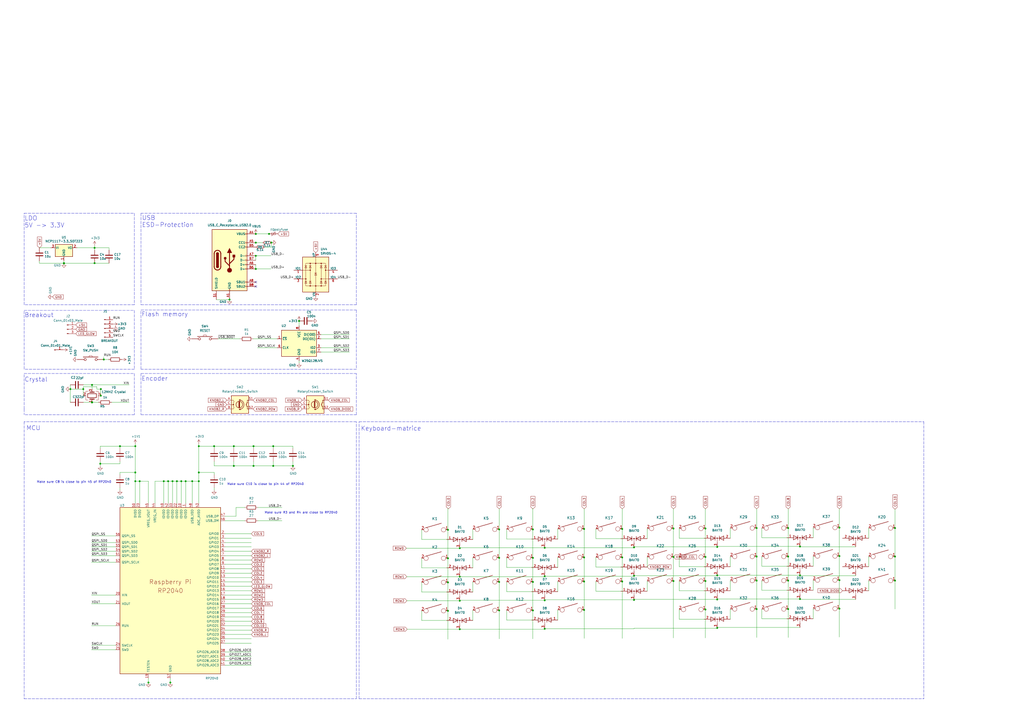
<source format=kicad_sch>
(kicad_sch (version 20211123) (generator eeschema)
  (paper "A2")
  (title_block (title "Rp2040 __template__") (date "2020-12-18") (rev "REV 0.1") (company "scattered_lenity"))
  (junction (at 105.156 279.146))
  (junction (at 486.918 336.55))
  (junction (at 100.076 279.146))
  (junction (at 102.616 279.146))
  (junction (at 148.3868 135.6868))
  (junction (at 78.486 279.146))
  (junction (at 289.56 323.596))
  (junction (at 53.3908 233.426))
  (junction (at 464.058 333.756))
  (junction (at 338.836 353.822))
  (junction (at 158.496 270.256))
  (junction (at 148.3868 148.3868))
  (junction (at 438.912 353.314))
  (junction (at 58.166 268.986))
  (junction (at 133.1468 173.7868))
  (junction (at 40.7924 225.7044))
  (junction (at 124.206 258.826))
  (junction (at 53.3908 223.266))
  (junction (at 115.316 258.826))
  (junction (at 457.2 322.834))
  (junction (at 157.48 140.716))
  (junction (at 107.696 279.146))
  (junction (at 148.3868 140.7668))
  (junction (at 259.842 354.33))
  (junction (at 266.7 318.008))
  (junction (at 315.976 364.744))
  (junction (at 147.066 270.256))
  (junction (at 486.918 322.58))
  (junction (at 464.058 316.992))
  (junction (at 315.976 317.754))
  (junction (at 519.176 336.804))
  (junction (at 519.176 322.834))
  (junction (at 148.3868 156.0068))
  (junction (at 58.4708 229.5144))
  (junction (at 367.792 334.01))
  (junction (at 48.3108 225.7044))
  (junction (at 409.194 306.578))
  (junction (at 438.912 322.834))
  (junction (at 111.506 279.146))
  (junction (at 390.652 323.088))
  (junction (at 115.316 279.146))
  (junction (at 367.792 347.98))
  (junction (at 360.934 306.832))
  (junction (at 315.976 334.264))
  (junction (at 289.56 337.566))
  (junction (at 315.976 348.234))
  (junction (at 486.918 353.06))
  (junction (at 135.636 270.256))
  (junction (at 519.176 306.324))
  (junction (at 259.842 323.85))
  (junction (at 367.792 317.5))
  (junction (at 169.926 270.256))
  (junction (at 60.198 208.534))
  (junction (at 266.7 334.518))
  (junction (at 309.118 323.596))
  (junction (at 338.836 337.312))
  (junction (at 416.052 333.756))
  (junction (at 457.2 353.314))
  (junction (at 86.106 395.9606))
  (junction (at 416.052 317.246))
  (junction (at 37.084 152.654))
  (junction (at 409.194 337.058))
  (junction (at 409.194 323.088))
  (junction (at 309.118 337.566))
  (junction (at 338.836 306.832))
  (junction (at 390.652 306.578))
  (junction (at 135.636 258.826))
  (junction (at 338.836 323.342))
  (junction (at 78.486 274.066))
  (junction (at 259.842 307.34))
  (junction (at 438.912 336.804))
  (junction (at 147.066 258.826))
  (junction (at 98.806 395.9606))
  (junction (at 173.482 186.182))
  (junction (at 97.536 279.146))
  (junction (at 54.864 152.654))
  (junction (at 457.2 336.804))
  (junction (at 289.56 354.076))
  (junction (at 309.118 307.086))
  (junction (at 78.486 258.826))
  (junction (at 416.052 364.236))
  (junction (at 58.4962 225.7044))
  (junction (at 360.934 337.312))
  (junction (at 309.118 354.076))
  (junction (at 156.083 135.6614))
  (junction (at 259.842 337.82))
  (junction (at 438.912 306.324))
  (junction (at 289.56 307.086))
  (junction (at 457.2 306.324))
  (junction (at 69.596 258.826))
  (junction (at 81.026 279.146))
  (junction (at 37.084 152.7556))
  (junction (at 360.934 323.342))
  (junction (at 115.316 274.066))
  (junction (at 486.918 306.07))
  (junction (at 464.058 347.472))
  (junction (at 54.864 143.764))
  (junction (at 390.652 337.058))
  (junction (at 266.7 364.998))
  (junction (at 416.052 347.726))
  (junction (at 158.496 258.826))
  (junction (at 409.194 353.568))
  (junction (at 94.996 279.146))
  (junction (at 53.3908 233.3244))
  (junction (at 266.7 348.488))
  (no_connect (at 148.3868 166.1668))
  (no_connect (at 148.3868 163.6268))
  (wire (pts (xy 236.015 348.488) (xy 266.7 348.488)))
  (wire (pts (xy 409.194 353.568) (xy 409.194 370.078)))
  (wire (pts (xy 309.118 323.596) (xy 309.118 337.566)))
  (wire (pts (xy 58.166 260.096) (xy 58.166 258.826)))
  (wire (pts (xy 441.96 322.834) (xy 441.96 328.422)))
  (wire (pts (xy 130.556 332.486) (xy 145.796 332.486)))
  (wire (pts (xy 244.602 312.928) (xy 259.08 312.928)))
  (wire (pts (xy 416.052 316.992) (xy 416.052 317.246)))
  (wire (pts (xy 130.556 380.746) (xy 145.796 380.746)))
  (wire (pts (xy 156.083 135.6868) (xy 156.083 135.6614)))
  (wire (pts (xy 259.842 307.34) (xy 259.842 323.85)))
  (wire (pts (xy 266.7 364.998) (xy 315.976 364.998)))
  (wire (pts (xy 130.556 340.106) (xy 145.796 340.106)))
  (wire (pts (xy 130.556 373.126) (xy 145.796 373.126)))
  (wire (pts (xy 244.602 343.408) (xy 259.08 343.408)))
  (wire (pts (xy 367.792 334.264) (xy 367.792 334.01)))
  (wire (pts (xy 519.176 295.402) (xy 519.176 306.324)))
  (polyline (pts (xy 206.756 123.698) (xy 81.788 123.698)))
  (wire (pts (xy 345.694 323.342) (xy 345.694 328.93)))
  (wire (pts (xy 44.704 143.764) (xy 54.864 143.764)))
  (wire (pts (xy 186.182 201.676) (xy 202.692 201.676)))
  (wire (pts (xy 86.106 393.446) (xy 86.106 395.9606)))
  (wire (pts (xy 148.336 156.0068) (xy 148.3868 156.0068)))
  (wire (pts (xy 464.058 347.726) (xy 464.058 347.472)))
  (wire (pts (xy 89.916 279.146) (xy 94.996 279.146)))
  (wire (pts (xy 244.602 354.33) (xy 244.602 359.918)))
  (wire (pts (xy 360.934 295.148) (xy 360.934 306.832)))
  (polyline (pts (xy 13.97 214.122) (xy 13.97 180.086)))
  (wire (pts (xy 503.936 336.804) (xy 503.936 342.646)))
  (wire (pts (xy 148.3868 135.6868) (xy 156.083 135.6868)))
  (polyline (pts (xy 206.756 240.538) (xy 206.756 216.662)))
  (polyline (pts (xy 81.788 123.698) (xy 81.788 176.784)))
  (wire (pts (xy 105.156 279.146) (xy 107.696 279.146)))
  (wire (pts (xy 464.058 347.472) (xy 416.052 347.472)))
  (wire (pts (xy 69.596 258.826) (xy 78.486 258.826)))
  (wire (pts (xy 496.316 317.246) (xy 464.058 317.246)))
  (wire (pts (xy 37.084 152.654) (xy 37.084 152.7556)))
  (wire (pts (xy 496.316 334.01) (xy 464.058 334.01)))
  (wire (pts (xy 244.602 323.85) (xy 244.602 329.438)))
  (wire (pts (xy 56.2102 224.282) (xy 48.3108 224.282)))
  (wire (pts (xy 235.966 334.518) (xy 266.7 334.518)))
  (wire (pts (xy 147.066 267.716) (xy 147.066 270.256)))
  (wire (pts (xy 471.678 322.58) (xy 471.678 328.422)))
  (wire (pts (xy 309.118 337.566) (xy 309.118 354.076)))
  (wire (pts (xy 293.878 329.184) (xy 308.356 329.184)))
  (wire (pts (xy 67.056 374.396) (xy 53.086 374.396)))
  (wire (pts (xy 58.166 258.826) (xy 69.596 258.826)))
  (wire (pts (xy 130.556 360.426) (xy 145.796 360.426)))
  (wire (pts (xy 148.3614 148.3868) (xy 148.3868 148.3868)))
  (wire (pts (xy 54.864 152.654) (xy 63.246 152.654)))
  (wire (pts (xy 157.5054 140.716) (xy 157.48 140.716)))
  (wire (pts (xy 345.694 312.42) (xy 360.172 312.42)))
  (wire (pts (xy 423.672 353.314) (xy 423.672 359.156)))
  (wire (pts (xy 289.56 354.076) (xy 289.56 370.586)))
  (wire (pts (xy 503.936 306.324) (xy 503.936 312.166)))
  (wire (pts (xy 124.206 260.096) (xy 124.206 258.826)))
  (wire (pts (xy 519.176 306.324) (xy 519.176 322.834)))
  (wire (pts (xy 289.56 323.596) (xy 289.56 337.566)))
  (wire (pts (xy 98.806 395.9606) (xy 98.806 395.986)))
  (wire (pts (xy 393.954 306.578) (xy 393.954 312.166)))
  (wire (pts (xy 130.556 368.046) (xy 145.796 368.046)))
  (wire (pts (xy 169.926 267.716) (xy 169.926 270.256)))
  (wire (pts (xy 78.486 258.826) (xy 78.486 274.066)))
  (wire (pts (xy 416.052 347.472) (xy 416.052 347.726)))
  (wire (pts (xy 393.954 342.646) (xy 408.432 342.646)))
  (wire (pts (xy 496.316 334.01) (xy 496.316 333.756)))
  (wire (pts (xy 503.936 322.834) (xy 503.936 328.676)))
  (wire (pts (xy 40.7924 223.266) (xy 40.7924 225.7044)))
  (wire (pts (xy 115.316 258.826) (xy 124.206 258.826)))
  (wire (pts (xy 69.596 268.986) (xy 69.596 267.716)))
  (wire (pts (xy 309.118 295.148) (xy 308.864 295.148)))
  (wire (pts (xy 130.556 347.726) (xy 145.796 347.726)))
  (polyline (pts (xy 81.788 176.784) (xy 206.756 176.784)))
  (wire (pts (xy 148.3868 140.716) (xy 148.3868 140.7668)))
  (polyline (pts (xy 77.978 240.538) (xy 13.97 240.538)))
  (wire (pts (xy 130.556 342.646) (xy 145.796 342.646)))
  (wire (pts (xy 338.836 337.312) (xy 338.836 353.822)))
  (wire (pts (xy 58.4708 229.5144) (xy 58.4962 229.5144)))
  (wire (pts (xy 259.842 354.33) (xy 259.842 370.84)))
  (wire (pts (xy 390.652 323.088) (xy 390.652 337.058)))
  (wire (pts (xy 464.058 317.246) (xy 464.058 316.992)))
  (wire (pts (xy 139.192 196.596) (xy 126.492 196.596)))
  (wire (pts (xy 244.602 307.34) (xy 244.602 312.928)))
  (wire (pts (xy 130.556 350.266) (xy 145.796 350.266)))
  (wire (pts (xy 22.86 151.384) (xy 22.86 152.654)))
  (wire (pts (xy 441.96 353.314) (xy 441.96 358.902)))
  (wire (pts (xy 360.934 337.312) (xy 360.934 370.332)))
  (wire (pts (xy 148.3868 153.4668) (xy 148.3868 156.0068)))
  (wire (pts (xy 130.556 365.506) (xy 145.796 365.506)))
  (wire (pts (xy 315.976 334.518) (xy 315.976 334.264)))
  (wire (pts (xy 53.086 345.186) (xy 67.056 345.186)))
  (wire (pts (xy 416.052 333.756) (xy 464.058 333.756)))
  (polyline (pts (xy 81.788 179.832) (xy 206.756 179.832)))
  (wire (pts (xy 323.596 337.312) (xy 323.596 343.154)))
  (wire (pts (xy 438.912 322.834) (xy 438.912 336.804)))
  (wire (pts (xy 78.486 279.146) (xy 78.486 291.846)))
  (wire (pts (xy 315.976 347.98) (xy 315.976 348.234)))
  (polyline (pts (xy 13.97 244.602) (xy 13.97 405.384)))
  (wire (pts (xy 266.7 318.008) (xy 235.712 318.008)))
  (wire (pts (xy 266.7 317.754) (xy 266.7 318.008)))
  (wire (pts (xy 130.556 385.826) (xy 145.796 385.826)))
  (wire (pts (xy 124.206 282.956) (xy 124.206 284.226)))
  (wire (pts (xy 259.842 295.148) (xy 260.096 295.148)))
  (wire (pts (xy 58.4962 225.7044) (xy 56.2102 225.7044)))
  (wire (pts (xy 409.194 337.058) (xy 409.194 353.568)))
  (wire (pts (xy 315.976 364.744) (xy 367.792 364.744)))
  (polyline (pts (xy 77.978 214.122) (xy 13.97 214.122)))
  (wire (pts (xy 130.556 314.706) (xy 145.796 314.706)))
  (wire (pts (xy 130.556 335.026) (xy 145.796 335.026)))
  (wire (pts (xy 293.878 307.086) (xy 293.878 312.674)))
  (wire (pts (xy 457.2 306.324) (xy 457.2 322.834)))
  (wire (pts (xy 441.96 311.912) (xy 456.438 311.912)))
  (wire (pts (xy 338.836 295.148) (xy 338.836 306.832)))
  (wire (pts (xy 186.182 196.596) (xy 202.692 196.596)))
  (wire (pts (xy 393.954 328.676) (xy 408.432 328.676)))
  (polyline (pts (xy 77.978 180.086) (xy 77.978 214.122)))
  (wire (pts (xy 135.636 267.716) (xy 135.636 270.256)))
  (wire (pts (xy 471.678 336.55) (xy 471.678 342.392)))
  (wire (pts (xy 67.056 362.966) (xy 53.086 362.966)))
  (polyline (pts (xy 535.94 244.602) (xy 535.94 405.384)))
  (wire (pts (xy 393.954 353.568) (xy 393.954 359.156)))
  (polyline (pts (xy 206.756 179.832) (xy 206.756 214.122)))
  (wire (pts (xy 130.556 378.206) (xy 145.796 378.206)))
  (wire (pts (xy 136.906 294.386) (xy 141.986 294.386)))
  (wire (pts (xy 56.2102 225.7044) (xy 56.2102 224.282)))
  (wire (pts (xy 48.3108 229.5144) (xy 48.3108 225.7044)))
  (polyline (pts (xy 81.788 240.538) (xy 206.756 240.538)))
  (wire (pts (xy 53.086 317.246) (xy 67.056 317.246)))
  (wire (pts (xy 323.596 353.822) (xy 323.596 359.664)))
  (wire (pts (xy 135.636 270.256) (xy 124.206 270.256)))
  (wire (pts (xy 53.3908 223.266) (xy 74.93 223.266)))
  (wire (pts (xy 53.3908 233.426) (xy 53.3908 233.3244)))
  (wire (pts (xy 135.636 260.096) (xy 135.636 258.826)))
  (wire (pts (xy 86.106 395.9606) (xy 86.106 395.986)))
  (wire (pts (xy 149.606 302.006) (xy 163.576 302.006)))
  (polyline (pts (xy 81.788 216.662) (xy 81.788 240.538)))
  (wire (pts (xy 153.4668 143.3068) (xy 157.5054 143.3068)))
  (wire (pts (xy 124.206 258.826) (xy 135.636 258.826)))
  (wire (pts (xy 94.996 279.146) (xy 97.536 279.146)))
  (wire (pts (xy 244.602 329.438) (xy 259.08 329.438)))
  (wire (pts (xy 338.836 306.832) (xy 338.836 323.342)))
  (wire (pts (xy 86.106 279.146) (xy 81.026 279.146)))
  (wire (pts (xy 115.316 279.146) (xy 115.316 291.846)))
  (wire (pts (xy 486.918 336.55) (xy 486.918 353.06)))
  (wire (pts (xy 78.486 274.066) (xy 78.486 279.146)))
  (wire (pts (xy 48.4124 233.426) (xy 53.3908 233.426)))
  (wire (pts (xy 375.412 306.578) (xy 375.412 312.42)))
  (wire (pts (xy 58.5216 225.7044) (xy 58.4962 225.7044)))
  (wire (pts (xy 94.996 291.846) (xy 94.996 279.146)))
  (wire (pts (xy 69.596 274.066) (xy 78.486 274.066)))
  (wire (pts (xy 416.052 317.246) (xy 367.792 317.246)))
  (wire (pts (xy 416.052 363.982) (xy 416.052 364.236)))
  (wire (pts (xy 37.084 151.384) (xy 37.084 152.654)))
  (wire (pts (xy 115.316 258.826) (xy 115.316 274.066)))
  (wire (pts (xy 125.5268 173.7868) (xy 133.1468 173.7868)))
  (wire (pts (xy 60.198 208.534) (xy 62.992 208.534)))
  (wire (pts (xy 64.77 233.426) (xy 74.93 233.426)))
  (polyline (pts (xy 13.97 237.236) (xy 13.97 216.662)))
  (wire (pts (xy 53.086 314.706) (xy 67.056 314.706)))
  (wire (pts (xy 148.3868 148.3868) (xy 157.2514 148.3868)))
  (wire (pts (xy 58.166 268.986) (xy 58.166 270.256)))
  (wire (pts (xy 124.206 275.336) (xy 124.206 274.066)))
  (wire (pts (xy 457.2 322.834) (xy 457.2 336.804)))
  (wire (pts (xy 158.496 260.096) (xy 158.496 258.826)))
  (polyline (pts (xy 77.978 123.698) (xy 77.978 176.784)))
  (wire (pts (xy 274.32 323.596) (xy 274.32 329.438)))
  (wire (pts (xy 149.352 201.676) (xy 160.782 201.676)))
  (wire (pts (xy 338.836 323.342) (xy 338.836 337.312)))
  (wire (pts (xy 457.2 336.804) (xy 457.2 353.314)))
  (wire (pts (xy 519.176 322.834) (xy 519.176 336.804)))
  (wire (pts (xy 367.792 334.01) (xy 416.052 334.01)))
  (wire (pts (xy 60.198 207.01) (xy 60.198 208.534)))
  (wire (pts (xy 441.96 336.804) (xy 441.96 342.392)))
  (wire (pts (xy 111.506 279.146) (xy 115.316 279.146)))
  (wire (pts (xy 266.7 334.518) (xy 315.976 334.518)))
  (wire (pts (xy 130.556 319.786) (xy 145.796 319.786)))
  (wire (pts (xy 423.672 306.324) (xy 423.672 312.166)))
  (wire (pts (xy 259.842 323.85) (xy 259.842 337.82)))
  (wire (pts (xy 100.076 279.146) (xy 102.616 279.146)))
  (wire (pts (xy 416.052 334.01) (xy 416.052 333.756)))
  (wire (pts (xy 345.694 337.312) (xy 345.694 342.9)))
  (wire (pts (xy 416.052 347.726) (xy 367.792 347.726)))
  (wire (pts (xy 438.912 353.314) (xy 438.912 369.824)))
  (wire (pts (xy 102.616 291.846) (xy 102.616 279.146)))
  (wire (pts (xy 37.084 152.654) (xy 54.864 152.654)))
  (wire (pts (xy 486.918 306.07) (xy 486.918 322.58)))
  (wire (pts (xy 130.556 362.966) (xy 145.796 362.966)))
  (wire (pts (xy 148.3868 148.3868) (xy 148.3868 150.9268)))
  (wire (pts (xy 169.926 260.096) (xy 169.926 258.826)))
  (wire (pts (xy 457.2 353.314) (xy 457.2 369.824)))
  (wire (pts (xy 86.106 291.846) (xy 86.106 279.146)))
  (wire (pts (xy 40.7924 225.7044) (xy 48.3108 225.7044)))
  (wire (pts (xy 375.412 337.058) (xy 375.412 342.9)))
  (wire (pts (xy 464.058 333.756) (xy 464.058 333.502)))
  (wire (pts (xy 107.696 279.146) (xy 111.506 279.146)))
  (wire (pts (xy 360.934 323.342) (xy 360.934 337.312)))
  (wire (pts (xy 111.506 291.846) (xy 111.506 279.146)))
  (wire (pts (xy 259.842 307.34) (xy 259.842 295.148)))
  (wire (pts (xy 149.606 294.386) (xy 163.576 294.386)))
  (wire (pts (xy 136.906 294.386) (xy 136.906 299.466)))
  (wire (pts (xy 409.194 323.088) (xy 409.194 337.058)))
  (wire (pts (xy 393.954 359.156) (xy 408.432 359.156)))
  (wire (pts (xy 100.076 291.846) (xy 100.076 279.146)))
  (wire (pts (xy 89.916 291.846) (xy 89.916 279.146)))
  (wire (pts (xy 22.86 143.764) (xy 29.464 143.764)))
  (wire (pts (xy 58.4962 225.7044) (xy 58.4962 229.5144)))
  (wire (pts (xy 81.026 279.146) (xy 78.486 279.146)))
  (wire (pts (xy 69.596 260.096) (xy 69.596 258.826)))
  (wire (pts (xy 57.15 233.426) (xy 53.3908 233.426)))
  (wire (pts (xy 158.496 267.716) (xy 158.496 270.256)))
  (wire (pts (xy 146.812 196.596) (xy 160.782 196.596)))
  (wire (pts (xy 323.596 306.832) (xy 323.596 312.674)))
  (wire (pts (xy 130.556 309.626) (xy 145.796 309.626)))
  (wire (pts (xy 367.792 317.754) (xy 315.976 317.754)))
  (wire (pts (xy 244.602 359.918) (xy 259.08 359.918)))
  (wire (pts (xy 486.918 353.06) (xy 486.918 369.57)))
  (wire (pts (xy 441.96 342.392) (xy 456.438 342.392)))
  (wire (pts (xy 471.678 306.07) (xy 471.678 311.912)))
  (polyline (pts (xy 13.97 176.784) (xy 13.97 123.698)))
  (wire (pts (xy 315.976 364.998) (xy 315.976 364.744)))
  (wire (pts (xy 309.118 354.076) (xy 309.118 370.586)))
  (wire (pts (xy 274.32 354.076) (xy 274.32 359.918)))
  (wire (pts (xy 115.316 257.556) (xy 115.316 258.826)))
  (wire (pts (xy 309.118 307.086) (xy 309.118 323.596)))
  (polyline (pts (xy 206.756 405.384) (xy 206.756 244.602)))
  (wire (pts (xy 486.918 295.148) (xy 486.918 306.07)))
  (wire (pts (xy 169.926 270.256) (xy 158.496 270.256)))
  (polyline (pts (xy 13.97 123.698) (xy 77.978 123.698)))
  (wire (pts (xy 152.4 140.716) (xy 148.3868 140.716)))
  (wire (pts (xy 393.954 312.166) (xy 408.432 312.166)))
  (wire (pts (xy 390.652 306.578) (xy 390.652 323.088)))
  (wire (pts (xy 309.118 307.086) (xy 309.118 295.148)))
  (wire (pts (xy 54.864 143.764) (xy 54.864 142.494)))
  (polyline (pts (xy 13.97 180.086) (xy 77.978 180.086)))
  (wire (pts (xy 293.878 343.154) (xy 308.356 343.154)))
  (wire (pts (xy 147.066 258.826) (xy 158.496 258.826)))
  (wire (pts (xy 464.058 316.992) (xy 416.052 316.992)))
  (polyline (pts (xy 206.756 244.602) (xy 13.97 244.602)))
  (polyline (pts (xy 208.28 244.602) (xy 535.94 244.602)))
  (wire (pts (xy 315.976 317.754) (xy 266.7 317.754)))
  (wire (pts (xy 289.56 307.086) (xy 289.56 323.596)))
  (wire (pts (xy 53.086 319.786) (xy 67.056 319.786)))
  (wire (pts (xy 54.864 145.034) (xy 54.864 143.764)))
  (wire (pts (xy 40.7924 225.7044) (xy 40.7924 233.426)))
  (wire (pts (xy 293.878 354.076) (xy 293.878 359.664)))
  (wire (pts (xy 393.954 337.058) (xy 393.954 342.646)))
  (wire (pts (xy 367.792 364.744) (xy 367.792 364.49)))
  (wire (pts (xy 107.696 279.146) (xy 107.696 291.846)))
  (wire (pts (xy 315.976 334.264) (xy 367.792 334.264)))
  (wire (pts (xy 67.056 326.136) (xy 53.086 326.136)))
  (wire (pts (xy 236.22 364.998) (xy 266.7 364.998)))
  (wire (pts (xy 130.556 322.326) (xy 145.796 322.326)))
  (wire (pts (xy 105.156 291.846) (xy 105.156 279.146)))
  (wire (pts (xy 186.182 204.216) (xy 202.692 204.216)))
  (wire (pts (xy 438.912 306.324) (xy 438.912 322.834)))
  (wire (pts (xy 173.482 209.296) (xy 173.482 210.566)))
  (wire (pts (xy 464.058 363.982) (xy 416.052 363.982)))
  (wire (pts (xy 289.56 295.148) (xy 289.56 307.086)))
  (polyline (pts (xy 13.97 405.384) (xy 206.756 405.384)))
  (wire (pts (xy 130.556 370.586) (xy 145.796 370.586)))
  (wire (pts (xy 102.616 279.146) (xy 105.156 279.146)))
  (polyline (pts (xy 81.788 214.122) (xy 81.788 179.832)))
  (wire (pts (xy 130.556 345.186) (xy 145.796 345.186)))
  (wire (pts (xy 48.3108 224.282) (xy 48.3108 225.7044)))
  (wire (pts (xy 67.056 376.936) (xy 53.086 376.936)))
  (wire (pts (xy 158.496 258.826) (xy 169.926 258.826)))
  (wire (pts (xy 115.316 274.066) (xy 124.206 274.066)))
  (wire (pts (xy 130.556 302.006) (xy 141.986 302.006)))
  (wire (pts (xy 367.792 317.246) (xy 367.792 317.5)))
  (wire (pts (xy 274.32 337.566) (xy 274.32 343.408)))
  (wire (pts (xy 293.878 337.566) (xy 293.878 343.154)))
  (wire (pts (xy 441.96 306.324) (xy 441.96 311.912)))
  (wire (pts (xy 97.536 279.146) (xy 100.076 279.146)))
  (wire (pts (xy 409.194 306.578) (xy 409.194 323.088)))
  (wire (pts (xy 130.556 312.166) (xy 145.796 312.166)))
  (wire (pts (xy 98.806 393.446) (xy 98.806 395.9606)))
  (wire (pts (xy 367.792 364.49) (xy 416.052 364.49)))
  (wire (pts (xy 130.556 352.806) (xy 145.796 352.806)))
  (wire (pts (xy 390.652 337.058) (xy 390.652 370.078)))
  (wire (pts (xy 69.596 275.336) (xy 69.596 274.066)))
  (wire (pts (xy 293.878 323.596) (xy 293.878 329.184)))
  (wire (pts (xy 78.486 257.556) (xy 78.486 258.826)))
  (polyline (pts (xy 206.756 176.784) (xy 206.756 123.698)))
  (wire (pts (xy 441.96 328.422) (xy 456.438 328.422)))
  (wire (pts (xy 130.556 327.406) (xy 145.796 327.406)))
  (polyline (pts (xy 13.97 216.662) (xy 77.978 216.662)))
  (wire (pts (xy 360.934 306.832) (xy 360.934 323.342)))
  (wire (pts (xy 130.556 383.286) (xy 145.796 383.286)))
  (wire (pts (xy 367.792 347.98) (xy 315.976 347.98)))
  (wire (pts (xy 345.694 328.93) (xy 360.172 328.93)))
  (wire (pts (xy 244.602 337.82) (xy 244.602 343.408)))
  (wire (pts (xy 63.246 143.764) (xy 54.864 143.764)))
  (wire (pts (xy 124.206 267.716) (xy 124.206 270.256)))
  (wire (pts (xy 130.556 337.566) (xy 145.796 337.566)))
  (wire (pts (xy 464.058 334.01) (xy 464.058 333.756)))
  (wire (pts (xy 63.246 145.034) (xy 63.246 143.764)))
  (wire (pts (xy 345.694 342.9) (xy 360.172 342.9)))
  (wire (pts (xy 69.596 282.956) (xy 69.596 284.226)))
  (wire (pts (xy 416.052 364.236) (xy 416.052 364.49)))
  (wire (pts (xy 130.556 299.466) (xy 136.906 299.466)))
  (wire (pts (xy 423.672 322.834) (xy 423.672 328.676)))
  (wire (pts (xy 486.918 322.58) (xy 486.918 336.55)))
  (wire (pts (xy 457.2 295.148) (xy 457.2 306.324)))
  (wire (pts (xy 81.026 291.846) (xy 81.026 279.146)))
  (wire (pts (xy 496.316 347.726) (xy 464.058 347.726)))
  (wire (pts (xy 157.5054 143.3068) (xy 157.5054 140.716)))
  (wire (pts (xy 367.792 317.5) (xy 367.792 317.754)))
  (wire (pts (xy 148.3868 156.0068) (xy 157.226 156.0068)))
  (wire (pts (xy 115.316 274.066) (xy 115.316 279.146)))
  (wire (pts (xy 130.556 324.866) (xy 145.796 324.866)))
  (wire (pts (xy 147.066 260.096) (xy 147.066 258.826)))
  (wire (pts (xy 315.976 348.234) (xy 266.7 348.234)))
  (wire (pts (xy 519.176 336.804) (xy 519.176 353.314)))
  (wire (pts (xy 173.482 186.182) (xy 173.482 188.976)))
  (polyline (pts (xy 77.978 216.662) (xy 77.978 240.538)))
  (wire (pts (xy 338.836 353.822) (xy 338.836 370.332)))
  (wire (pts (xy 409.194 295.148) (xy 409.194 306.578)))
  (wire (pts (xy 130.556 317.246) (xy 145.796 317.246)))
  (wire (pts (xy 130.556 355.346) (xy 145.796 355.346)))
  (wire (pts (xy 266.7 348.234) (xy 266.7 348.488)))
  (wire (pts (xy 53.086 322.326) (xy 67.056 322.326)))
  (polyline (pts (xy 208.28 405.384) (xy 535.94 405.384)))
  (wire (pts (xy 274.32 307.086) (xy 274.32 312.928)))
  (wire (pts (xy 438.912 295.148) (xy 438.912 306.324)))
  (wire (pts (xy 58.166 268.986) (xy 69.596 268.986)))
  (wire (pts (xy 67.056 350.266) (xy 53.086 350.266)))
  (polyline (pts (xy 13.97 237.236) (xy 13.97 240.538)))
  (wire (pts (xy 97.536 291.846) (xy 97.536 279.146)))
  (wire (pts (xy 393.954 323.088) (xy 393.954 328.676)))
  (wire (pts (xy 158.496 270.256) (xy 147.066 270.256)))
  (wire (pts (xy 53.3908 223.266) (xy 53.3908 225.7044)))
  (polyline (pts (xy 206.756 214.122) (xy 81.788 214.122)))
  (wire (pts (xy 130.556 329.946) (xy 145.796 329.946)))
  (wire (pts (xy 22.86 152.654) (xy 37.084 152.654)))
  (wire (pts (xy 48.4124 223.266) (xy 53.3908 223.266)))
  (polyline (pts (xy 77.978 176.784) (xy 13.97 176.784)))
  (wire (pts (xy 259.842 337.82) (xy 259.842 354.33)))
  (wire (pts (xy 471.678 353.06) (xy 471.678 358.902)))
  (wire (pts (xy 293.878 359.664) (xy 308.356 359.664)))
  (wire (pts (xy 130.556 357.886) (xy 145.796 357.886)))
  (wire (pts (xy 438.912 336.804) (xy 438.912 353.314)))
  (wire (pts (xy 375.412 323.088) (xy 375.412 328.93)))
  (wire (pts (xy 58.166 267.716) (xy 58.166 268.986)))
  (wire (pts (xy 186.182 194.056) (xy 202.692 194.056)))
  (wire (pts (xy 135.636 258.826) (xy 147.066 258.826)))
  (wire (pts (xy 345.694 306.832) (xy 345.694 312.42)))
  (polyline (pts (xy 208.28 405.384) (xy 208.28 244.602)))
  (polyline (pts (xy 81.788 216.662) (xy 206.756 216.662)))
  (wire (pts (xy 441.96 358.902) (xy 456.438 358.902)))
  (wire (pts (xy 293.878 312.674) (xy 308.356 312.674)))
  (wire (pts (xy 390.652 295.148) (xy 390.652 306.578)))
  (wire (pts (xy 289.56 337.566) (xy 289.56 354.076)))
  (wire (pts (xy 423.672 336.804) (xy 423.672 342.646)))
  (wire (pts (xy 67.056 310.896) (xy 53.086 310.896)))
  (wire (pts (xy 323.596 323.342) (xy 323.596 329.184)))
  (wire (pts (xy 147.066 270.256) (xy 135.636 270.256)))
  (wire (pts (xy 367.792 347.726) (xy 367.792 347.98)))
  (text "Crystal" (at 14.224 221.742 0) (effects (font (size 2.54 2.54)) (justify left bottom)))
  (text "USB	\nESD-Protection" (at 82.296 132.08 0) (effects (font (size 2.54 2.54)) (justify left bottom)))
  (text "MCU" (at 15.24 249.936 0) (effects (font (size 2.54 2.54)) (justify left bottom)))
  (text "Flash memory\n" (at 82.042 183.896 0) (effects (font (size 2.54 2.54)) (justify left bottom)))
  (text "Breakout\n" (at 14.224 184.404 0) (effects (font (size 2.54 2.54)) (justify left bottom)))
  (text "LDO\n5V -> 3.3V" (at 14.224 132.334 0) (effects (font (size 2.54 2.54)) (justify left bottom)))
  (text "Make sure R3 and R4 are close to RP2040" (at 153.416 298.196 0) (effects (font (size 1.27 1.27)) (justify left bottom)))
  (text "Make sure C8 is close to pin 45 of RP2040" (at 21.336 280.416 0) (effects (font (size 1.27 1.27)) (justify left bottom)))
  (text "Keyboard-matrice" (at 209.296 250.19 0) (effects (font (size 2.54 2.54)) (justify left bottom)))
  (text "Make sure C10 is close to pin 44 of RP2040" (at 131.826 281.686 0) (effects (font (size 1.27 1.27)) (justify left bottom)))
  (text "Encoder\n" (at 82.042 221.234 0) (effects (font (size 2.54 2.54)) (justify left bottom)))
  (label "RUN" (at 65.532 185.42 0))
  (label "QSPI_SD2" (at 202.692 201.676 180))
  (label "XIN" (at 53.086 345.186 0))
  (label "USB_D-" (at 163.576 302.006 180))
  (label "GPIO26_ADC0" (at 145.796 378.206 180))
  (label "QSPI_SD2" (at 53.086 319.786 0))
  (label "QSPI_SS" (at 149.352 196.596 0))
  (label "SWCLK" (at 53.086 374.396 0))
  (label "GPIO27_ADC1" (at 145.796 380.746 180))
  (label "SWD" (at 65.532 193.04 0))
  (label "USB_D+" (at 170.434 161.798 180))
  (label "~{USB_BOOT}" (at 126.492 196.596 0))
  (label "QSPI_SD0" (at 53.086 314.706 0))
  (label "USB_D-" (at 157.2514 148.3868 0))
  (label "XIN" (at 74.93 223.266 180))
  (label "RUN" (at 53.086 362.966 0))
  (label "SWD" (at 53.086 376.936 0))
  (label "QSPI_SCLK" (at 149.352 201.676 0))
  (label "XOUT" (at 74.93 233.426 180))
  (label "USB_D+" (at 163.576 294.386 180))
  (label "RUN" (at 60.198 207.01 0))
  (label "QSPI_SD0" (at 202.692 194.056 180))
  (label "USB_D+" (at 157.226 156.0068 0))
  (label "QSPI_SCLK" (at 53.086 326.136 0))
  (label "QSPI_SS" (at 53.086 310.896 0))
  (label "USB_D-" (at 195.834 161.798 0))
  (label "QSPI_SD1" (at 202.692 196.596 180))
  (label "GPIO29_ADC3" (at 145.796 385.826 180))
  (label "QSPI_SD1" (at 53.086 317.246 0))
  (label "QSPI_SD3" (at 202.692 204.216 180))
  (label "GPIO28_ADC2" (at 145.796 383.286 180))
  (label "SWCLK" (at 65.532 195.58 0))
  (label "XOUT" (at 53.086 350.266 0))
  (label "QSPI_SD3" (at 53.086 322.326 0))
  (global_label "GND" (shape input) (at 43.942 191.008 0) (property "Intersheet References" "${INTERSHEET_REFS}" (effects hide)))
  (global_label "COL1" (shape input) (at 289.56 295.148 90) (property "Intersheet References" "${INTERSHEET_REFS}" (effects hide)))
  (global_label "COL0" (shape input) (at 260.096 295.148 90) (property "Intersheet References" "${INTERSHEET_REFS}" (effects hide)))
  (global_label "ROW2" (shape input) (at 236.015 348.488 180) (property "Intersheet References" "${INTERSHEET_REFS}" (effects hide)))
  (global_label "KNOB_L" (shape input) (at 175.26 232.156 180) (property "Intersheet References" "${INTERSHEET_REFS}" (effects hide)))
  (global_label "ROW3" (shape input) (at 145.796 347.726 0) (property "Intersheet References" "${INTERSHEET_REFS}" (effects hide)))
  (global_label "ROW3" (shape input) (at 236.22 364.998 180) (property "Intersheet References" "${INTERSHEET_REFS}" (effects hide)))
  (global_label "KNOB2_R" (shape input) (at 131.572 237.236 180) (property "Intersheet References" "${INTERSHEET_REFS}" (effects hide)))
  (global_label "ROW1" (shape input) (at 145.796 342.646 0) (property "Intersheet References" "${INTERSHEET_REFS}" (effects hide)))
  (global_label "COL2" (shape input) (at 145.796 332.486 0) (property "Intersheet References" "${INTERSHEET_REFS}" (effects hide)))
  (global_label "COL3" (shape input) (at 145.796 337.566 0) (property "Intersheet References" "${INTERSHEET_REFS}" (effects hide)))
  (global_label "COL4" (shape input) (at 145.796 335.026 0) (property "Intersheet References" "${INTERSHEET_REFS}" (effects hide)))
  (global_label "COL10" (shape input) (at 145.796 362.966 0) (property "Intersheet References" "${INTERSHEET_REFS}" (effects hide)))
  (global_label "COL7" (shape input) (at 145.796 355.346 0) (property "Intersheet References" "${INTERSHEET_REFS}" (effects hide)))
  (global_label "COL7" (shape input) (at 438.912 295.148 90) (property "Intersheet References" "${INTERSHEET_REFS}" (effects hide)))
  (global_label "+5V" (shape input) (at 43.942 188.468 0) (property "Intersheet References" "${INTERSHEET_REFS}" (effects hide)))
  (global_label "COL8" (shape input) (at 457.2 295.16 90) (property "Intersheet References" "${INTERSHEET_REFS}" (effects hide)))
  (global_label "ROW1" (shape input) (at 235.966 334.518 180) (property "Intersheet References" "${INTERSHEET_REFS}" (effects hide)))
  (global_label "KNOB2_L" (shape input) (at 145.796 322.326 0) (property "Intersheet References" "${INTERSHEET_REFS}" (effects hide)))
  (global_label "+5V" (shape input) (at 22.86 143.764 90) (property "Intersheet References" "${INTERSHEET_REFS}" (effects hide)))
  (global_label "GND" (shape input) (at 175.26 234.696 180) (property "Intersheet References" "${INTERSHEET_REFS}" (effects hide)))
  (global_label "LED_GLOW" (shape input) (at 43.942 193.548 0) (property "Intersheet References" "${INTERSHEET_REFS}" (effects hide)))
  (global_label "COL10" (shape input) (at 519.176 295.402 90) (property "Intersheet References" "${INTERSHEET_REFS}" (effects hide)))
  (global_label "ROW0" (shape input) (at 145.796 324.866 0) (property "Intersheet References" "${INTERSHEET_REFS}" (effects hide)))
  (global_label "KNOB_DIODE" (shape input) (at 488.696 342.646 180) (property "Intersheet References" "${INTERSHEET_REFS}" (effects hide)))
  (global_label "+5V" (shape input) (at 183.134 146.558 90) (property "Intersheet References" "${INTERSHEET_REFS}" (effects hide)))
  (global_label "COL6" (shape input) (at 409.194 295.1714 90) (property "Intersheet References" "${INTERSHEET_REFS}" (effects hide)))
  (global_label "KNOB2_ROW" (shape input) (at 375.412 328.7916 0) (property "Intersheet References" "${INTERSHEET_REFS}" (effects hide)))
  (global_label "ROW0" (shape input) (at 235.712 318.008 180) (property "Intersheet References" "${INTERSHEET_REFS}" (effects hide)))
  (global_label "GND" (shape input) (at 131.572 234.696 180) (property "Intersheet References" "${INTERSHEET_REFS}" (effects hide)))
  (global_label "COL4" (shape input) (at 360.934 295.148 90) (property "Intersheet References" "${INTERSHEET_REFS}" (effects hide)))
  (global_label "KNOB_COL" (shape input) (at 190.5 232.156 0) (property "Intersheet References" "${INTERSHEET_REFS}" (effects hide)))
  (global_label "GND" (shape input) (at 30.48 172.212 0) (property "Intersheet References" "${INTERSHEET_REFS}" (effects hide)))
  (global_label "+5V" (shape input) (at 161.163 135.6614 0) (property "Intersheet References" "${INTERSHEET_REFS}" (effects hide)))
  (global_label "KNOB_DIODE" (shape input) (at 190.5 237.236 0) (property "Intersheet References" "${INTERSHEET_REFS}" (effects hide)))
  (global_label "COL2" (shape input) (at 309.118 295.1791 90) (property "Intersheet References" "${INTERSHEET_REFS}" (effects hide)))
  (global_label "KNOB2_COL" (shape input) (at 390.652 323.0493 0) (property "Intersheet References" "${INTERSHEET_REFS}" (effects hide)))
  (global_label "KNOB2_ROW" (shape input) (at 146.812 237.236 0) (property "Intersheet References" "${INTERSHEET_REFS}" (effects hide)))
  (global_label "LED_GLOW" (shape input) (at 145.796 340.106 0) (property "Intersheet References" "${INTERSHEET_REFS}" (effects hide)))
  (global_label "KNOB2_L" (shape input) (at 131.572 232.156 180) (property "Intersheet References" "${INTERSHEET_REFS}" (effects hide)))
  (global_label "COL3" (shape input) (at 338.836 295.148 90) (property "Intersheet References" "${INTERSHEET_REFS}" (effects hide)))
  (global_label "KNOB_R" (shape input) (at 175.26 237.236 180) (property "Intersheet References" "${INTERSHEET_REFS}" (effects hide)))
  (global_label "COL6" (shape input) (at 145.796 352.806 0) (property "Intersheet References" "${INTERSHEET_REFS}" (effects hide)))
  (global_label "COL0" (shape input) (at 145.796 327.406 0) (property "Intersheet References" "${INTERSHEET_REFS}" (effects hide)))
  (global_label "KNOB_R" (shape input) (at 145.796 365.506 0) (property "Intersheet References" "${INTERSHEET_REFS}" (effects hide)))
  (global_label "COL9" (shape input) (at 486.918 295.148 90) (property "Intersheet References" "${INTERSHEET_REFS}" (effects hide)))
  (global_label "KNOB2_COL" (shape input) (at 146.812 232.156 0) (property "Intersheet References" "${INTERSHEET_REFS}" (effects hide)))
  (global_label "COL9" (shape input) (at 145.796 360.426 0) (property "Intersheet References" "${INTERSHEET_REFS}" (effects hide)))
  (global_label "COL5" (shape input) (at 145.796 309.626 0) (property "Intersheet References" "${INTERSHEET_REFS}" (effects hide)))
  (global_label "COL8" (shape input) (at 145.796 357.886 0) (property "Intersheet References" "${INTERSHEET_REFS}" (effects hide)))
  (global_label "COL1" (shape input) (at 145.796 329.946 0) (property "Intersheet References" "${INTERSHEET_REFS}" (effects hide)))
  (global_label "KNOB_COL" (shape input) (at 145.796 350.266 0) (property "Intersheet References" "${INTERSHEET_REFS}" (effects hide)))
  (global_label "KNOB2_R" (shape input) (at 145.796 319.786 0) (property "Intersheet References" "${INTERSHEET_REFS}" (effects hide)))
  (global_label "COL5" (shape input) (at 390.652 295.148 90) (property "Intersheet References" "${INTERSHEET_REFS}" (effects hide)))
  (global_label "ROW2" (shape input) (at 145.796 345.186 0) (property "Intersheet References" "${INTERSHEET_REFS}" (effects hide)))
  (global_label "KNOB_L" (shape input) (at 145.796 368.046 0) (property "Intersheet References" "${INTERSHEET_REFS}" (effects hide)))
  (symbol (lib_id "Device:C") (at 44.6024 223.266 270) (unit 1)
    (property "Reference" "C2" (at 41.0972 218.9988 90) (effects (justify left)))
    (property "Value" "22pf" (at 43.942 219.2528 90) (effects (justify left)))
    (property "Footprint" "Capacitor_SMD:C_0805_2012Metric" (effects hide))
    (property "LCSC" "C1804" (effects hide))
  )
  (symbol (lib_id "Device:C") (at 44.6024 233.426 270) (unit 1)
    (property "Reference" "C3" (at 42.0878 230.2256 90) (effects (justify left)))
    (property "Value" "22pf" (at 44.6278 230.124 90) (effects (justify left)))
    (property "Footprint" "Capacitor_SMD:C_0805_2012Metric" (effects hide))
    (property "LCSC" "C1804" (effects hide))
  )
  (symbol (lib_id "power:GND") (at 40.7924 225.7044 270) (unit 1)
    (property "Reference" "#PWR06" (effects hide))
    (property "Value" "GND" (at 36.3982 225.8314 0))
  )
  (symbol (lib_id "Memory_Flash:W25Q128JVS") (at 173.482 199.136 0) (unit 1)
    (property "Reference" "U2" (at 164.592 188.976 0))
    (property "Value" "W25Q128JVS" (at 181.102 209.296 0))
    (property "Footprint" "Package_SO:SOIC-8_5.23x5.23mm_P1.27mm" (effects hide))
    (property "Datasheet" "http://www.winbond.com/resource-files/w25q128jv_dtr%20revc%2003272018%20plus.pdf" (effects hide))
    (property "LCSC" "C97521" (effects hide))
  )
  (symbol (lib_id "power:+3V3") (at 173.482 186.182 0) (unit 1)
    (property "Reference" "#PWR07" (effects hide))
    (property "Value" "+3V3" (at 169.926 186.182 0))
  )
  (symbol (lib_id "power:GND") (at 173.482 210.566 0) (unit 1)
    (property "Reference" "#PWR08" (effects hide))
    (property "Value" "GND" (at 169.672 211.836 0))
  )
  (symbol (lib_id "Device:R") (at 143.002 196.596 270) (unit 1)
    (property "Reference" "R1" (at 143.002 191.3382 90))
    (property "Value" "1k" (at 143.002 193.6496 90))
    (property "Footprint" "Resistor_SMD:R_0805_2012Metric" (effects hide))
    (property "LCSC" "C115316" (effects hide))
  )
  (symbol (lib_id "Device:C") (at 177.292 186.182 90) (unit 1)
    (property "Reference" "C5" (at 180.594 181.102 90) (effects (justify left)))
    (property "Value" "100n" (at 183.134 183.388 90) (effects (justify left)))
    (property "Footprint" "Capacitor_SMD:C_0805_2012Metric" (effects hide))
    (property "LCSC" "C49678" (effects hide))
  )
  (symbol (lib_id "power:GND") (at 181.102 186.182 90) (unit 1)
    (property "Reference" "#PWR011" (effects hide))
    (property "Value" "GND" (at 182.626 188.722 90))
  )
  (symbol (lib_id "Regulator_Linear:NCP1117-3.3_SOT223") (at 37.084 143.764 0) (unit 1)
    (property "Reference" "U1" (at 37.084 137.6172 0))
    (property "Value" "NCP1117-3.3_SOT223" (at 37.084 139.9286 0))
    (property "Footprint" "Package_TO_SOT_SMD:SOT-223-3_TabPin2" (effects hide))
    (property "Datasheet" "http://www.onsemi.com/pub_link/Collateral/NCP1117-D.PDF" (effects hide))
    (property "LCSC" "C26537" (effects hide))
  )
  (symbol (lib_id "power:VBUS") (at 148.3868 135.6868 0) (unit 1)
    (property "Reference" "#PWR03" (effects hide))
    (property "Value" "VBUS" (at 148.7678 131.2926 0))
  )
  (symbol (lib_id "power:GND") (at 37.084 152.654 0) (unit 1)
    (property "Reference" "#PWR05" (effects hide))
    (property "Value" "GND" (at 33.274 153.924 0))
  )
  (symbol (lib_id "power:+3V3") (at 54.864 142.494 0) (unit 1)
    (property "Reference" "#PWR09" (effects hide))
    (property "Value" "+3V3" (at 55.245 138.0998 0))
  )
  (symbol (lib_id "Device:C") (at 22.86 147.574 0) (unit 1)
    (property "Reference" "C1" (at 25.781 146.4056 0) (effects (justify left)))
    (property "Value" "10u" (at 25.781 148.717 0) (effects (justify left)))
    (property "Footprint" "Capacitor_SMD:C_0805_2012Metric" (effects hide))
    (property "LCSC" "C91245" (effects hide))
  )
  (symbol (lib_id "Device:C") (at 54.864 148.844 0) (unit 1)
    (property "Reference" "C4" (at 57.785 147.6756 0) (effects (justify left)))
    (property "Value" "10u" (at 57.785 149.987 0) (effects (justify left)))
    (property "Footprint" "Capacitor_SMD:C_0805_2012Metric" (effects hide))
    (property "LCSC" "C91245" (effects hide))
  )
  (symbol (lib_id "Device:R") (at 60.96 233.426 270) (unit 1)
    (property "Reference" "R5" (at 59.3852 235.712 90))
    (property "Value" "1k" (at 60.96 230.4796 90))
    (property "Footprint" "Resistor_SMD:R_0805_2012Metric" (effects hide))
    (property "LCSC" "C115316" (effects hide))
  )
  (symbol (lib_id "Device:C") (at 63.246 148.844 0) (unit 1)
    (property "Reference" "C17" (at 66.167 147.6756 0) (effects (justify left)))
    (property "Value" "10u" (at 66.167 149.987 0) (effects (justify left)))
    (property "Footprint" "Capacitor_SMD:C_0805_2012Metric" (effects hide))
    (property "LCSC" "C91245" (effects hide))
  )
  (symbol (lib_id "keyboard_parts:KEYSW") (at 383.032 306.578 0) (unit 1)
    (property "Reference" "K21" (at 383.032 300.1518 0) (effects (font (size 1.524 1.524))))
    (property "Value" "KEYSW" (effects hide))
    (property "Footprint" "Keebio-Parts:MX-Alps-Choc-1U-NoLED" (effects hide))
  )
  (symbol (lib_id "Diode:BAV70") (at 416.052 342.646 0) (unit 1)
    (property "Reference" "D15" (at 416.052 335.534 0))
    (property "Value" "BAV70" (at 416.052 338.074 0))
    (property "Footprint" "Package_TO_SOT_SMD:SOT-23" (effects hide))
    (property "Datasheet" "https://assets.nexperia.com/documents/data-sheet/BAV70_SER.pdf" (effects hide))
  )
  (symbol (lib_id "keyboard_parts:KEYSW") (at 301.498 337.566 0) (unit 1)
    (property "Reference" "K11" (at 301.498 331.1398 0) (effects (font (size 1.524 1.524))))
    (property "Value" "KEYSW" (effects hide))
    (property "Footprint" "Keebio-Parts:MX-Alps-Choc-1U-NoLED" (effects hide))
  )
  (symbol (lib_id "Device:R") (at 145.796 302.006 270) (unit 1)
    (property "Reference" "R3" (at 145.796 296.7482 90))
    (property "Value" "27" (at 145.796 299.0596 90))
    (property "Footprint" "Resistor_SMD:R_0805_2012Metric" (effects hide))
    (property "LCSC" "C104170" (effects hide))
  )
  (symbol (lib_id "power:GND") (at 30.48 172.212 270) (unit 1)
    (property "Reference" "#PWR0109" (effects hide))
    (property "Value" "GND" (at 29.21 168.402 0))
  )
  (symbol (lib_id "keyboard_parts:KEYSW") (at 511.556 306.324 0) (unit 1)
    (property "Reference" "K20" (at 511.556 299.8978 0) (effects (font (size 1.524 1.524))))
    (property "Value" "KEYSW" (effects hide))
    (property "Footprint" "Keebio-Parts:MX-Alps-Choc-1U-NoLED" (effects hide))
  )
  (symbol (lib_id "keyboard_parts:KEYSW") (at 252.222 337.82 0) (unit 1)
    (property "Reference" "K3" (at 252.222 331.3938 0) (effects (font (size 1.524 1.524))))
    (property "Value" "KEYSW" (effects hide))
    (property "Footprint" "Keebio-Parts:MX-Alps-Choc-1U-NoLED" (effects hide))
  )
  (symbol (lib_id "Diode:BAV70") (at 315.976 329.184 0) (mirror y) (unit 1)
    (property "Reference" "D6" (at 315.976 322.326 0))
    (property "Value" "BAV70" (at 315.976 324.866 0))
    (property "Footprint" "Package_TO_SOT_SMD:SOT-23" (effects hide))
    (property "Datasheet" "https://assets.nexperia.com/documents/data-sheet/BAV70_SER.pdf" (effects hide))
  )
  (symbol (lib_id "keyboard_parts:KEYSW") (at 479.298 322.58 0) (unit 1)
    (property "Reference" "K38" (at 479.298 316.1538 0) (effects (font (size 1.524 1.524))))
    (property "Value" "KEYSW" (effects hide))
    (property "Footprint" "Keebio-Parts:MX-Alps-Choc-1U-NoLED" (effects hide))
  )
  (symbol (lib_id "Device:C") (at 158.496 263.906 0) (unit 1)
    (property "Reference" "C13" (at 161.417 262.7376 0) (effects (justify left)))
    (property "Value" "100n" (at 161.417 265.049 0) (effects (justify left)))
    (property "Footprint" "Capacitor_SMD:C_0805_2012Metric" (effects hide))
    (property "LCSC" "C49678" (effects hide))
  )
  (symbol (lib_id "Diode:BAV70") (at 367.792 342.9 0) (unit 1)
    (property "Reference" "D11" (at 367.792 335.788 0))
    (property "Value" "BAV70" (at 367.792 338.328 0))
    (property "Footprint" "Package_TO_SOT_SMD:SOT-23" (effects hide))
    (property "Datasheet" "https://assets.nexperia.com/documents/data-sheet/BAV70_SER.pdf" (effects hide))
  )
  (symbol (lib_id "keyboard_parts:KEYSW") (at 449.58 322.834 0) (unit 1)
    (property "Reference" "K34" (at 449.58 316.4078 0) (effects (font (size 1.524 1.524))))
    (property "Value" "KEYSW" (effects hide))
    (property "Footprint" "Keebio-Parts:MX-Alps-Choc-1U-NoLED" (effects hide))
  )
  (symbol (lib_id "Diode:BAV70") (at 315.976 359.664 0) (mirror y) (unit 1)
    (property "Reference" "D8" (at 315.976 352.806 0))
    (property "Value" "BAV70" (at 315.976 355.346 0))
    (property "Footprint" "Package_TO_SOT_SMD:SOT-23" (effects hide))
    (property "Datasheet" "https://assets.nexperia.com/documents/data-sheet/BAV70_SER.pdf" (effects hide))
  )
  (symbol (lib_id "keyboard_parts:KEYSW") (at 449.58 336.804 0) (unit 1)
    (property "Reference" "K35" (at 449.58 330.3778 0) (effects (font (size 1.524 1.524))))
    (property "Value" "KEYSW" (effects hide))
    (property "Footprint" "Keebio-Parts:MX-Alps-Choc-1U-NoLED" (effects hide))
  )
  (symbol (lib_id "keyboard_parts:KEYSW") (at 511.556 336.804 0) (unit 1)
    (property "Reference" "K41" (at 511.556 330.3778 0) (effects (font (size 1.524 1.524))))
    (property "Value" "KEYSW" (effects hide))
    (property "Footprint" "Keebio-Parts:MX-Alps-Choc-1U-NoLED" (effects hide))
  )
  (symbol (lib_id "Diode:BAV70") (at 416.052 328.676 0) (mirror y) (unit 1)
    (property "Reference" "D14" (at 416.052 322.326 0))
    (property "Value" "BAV70" (at 416.052 324.866 0))
    (property "Footprint" "Package_TO_SOT_SMD:SOT-23" (effects hide))
    (property "Datasheet" "https://assets.nexperia.com/documents/data-sheet/BAV70_SER.pdf" (effects hide))
  )
  (symbol (lib_id "Device:RotaryEncoder_Switch") (at 139.192 234.696 0) (unit 1)
    (property "Reference" "SW2" (at 139.192 224.536 0))
    (property "Value" "RotaryEncoder_Switch" (at 139.192 227.076 0))
    (property "Footprint" "Keebio-Parts:RotaryEncoder_EC11" (effects hide))
  )
  (symbol (lib_id "Device:R_Small") (at 154.94 140.716 90) (unit 1)
    (property "Reference" "R7" (at 154.9908 140.7922 90))
    (property "Value" "5.1k" (at 154.9146 142.494 90))
    (property "Footprint" "Resistor_SMD:R_0805_2012Metric" (effects hide))
    (property "LCSC" "C27834" (effects hide))
  )
  (symbol (lib_id "Device:C") (at 135.636 263.906 0) (unit 1)
    (property "Reference" "C11" (at 138.557 262.7376 0) (effects (justify left)))
    (property "Value" "100n" (at 138.557 265.049 0) (effects (justify left)))
    (property "Footprint" "Capacitor_SMD:C_0805_2012Metric" (effects hide))
    (property "LCSC" "C49678" (effects hide))
  )
  (symbol (lib_id "Diode:BAV70") (at 464.058 311.912 0) (unit 1)
    (property "Reference" "D17" (at 464.058 304.8 0))
    (property "Value" "BAV70" (at 464.058 307.34 0))
    (property "Footprint" "Package_TO_SOT_SMD:SOT-23" (effects hide))
    (property "Datasheet" "https://assets.nexperia.com/documents/data-sheet/BAV70_SER.pdf" (effects hide))
  )
  (symbol (lib_id "Connector:USB_C_Receptacle_USB2.0") (at 133.1468 150.9268 0) (unit 1)
    (property "Reference" "J0" (at 133.1468 128.0414 0))
    (property "Value" "USB_C_Receptacle_USB2.0" (at 133.1468 130.5814 0))
    (property "Footprint" "Connector_USB:USB_C_Receptacle_HRO_TYPE-C-31-M-12" (effects hide))
    (property "Datasheet" "https://www.usb.org/sites/default/files/documents/usb_type-c.zip" (effects hide))
    (property "LCSC" "C165948" (effects hide))
  )
  (symbol (lib_id "Device:R") (at 66.802 208.534 90) (unit 1)
    (property "Reference" "R8" (at 66.802 201.676 90))
    (property "Value" "10K" (at 66.802 204.216 90))
    (property "Footprint" "Resistor_SMD:R_0805_2012Metric" (effects hide))
    (property "LCSC" "C115309" (effects hide))
  )
  (symbol (lib_id "power:+1V1") (at 78.486 257.556 0) (unit 1)
    (property "Reference" "#PWR0115" (effects hide))
    (property "Value" "+1V1" (at 78.867 253.1618 0))
  )
  (symbol (lib_id "cipulot_parts:SW_PUSH") (at 118.872 196.596 0) (unit 1)
    (property "Reference" "SW4" (at 118.872 189.23 0))
    (property "Value" "RESET " (at 118.872 191.77 0))
    (property "Footprint" "Keebio-Parts:SW_SPST_TL3342" (effects hide))
    (property "LCSC" "C318884" (effects hide))
  )
  (symbol (lib_id "Diode:BAV70") (at 266.7 329.438 0) (mirror y) (unit 1)
    (property "Reference" "D2" (at 266.7 322.326 0))
    (property "Value" "BAV70" (at 266.7 324.866 0))
    (property "Footprint" "Package_TO_SOT_SMD:SOT-23" (effects hide))
    (property "Datasheet" "https://assets.nexperia.com/documents/data-sheet/BAV70_SER.pdf" (effects hide))
  )
  (symbol (lib_id "Device:C") (at 147.066 263.906 0) (unit 1)
    (property "Reference" "C12" (at 149.987 262.7376 0) (effects (justify left)))
    (property "Value" "100n" (at 149.987 265.049 0) (effects (justify left)))
    (property "Footprint" "Capacitor_SMD:C_0805_2012Metric" (effects hide))
    (property "LCSC" "C49678" (effects hide))
  )
  (symbol (lib_id "keyboard_parts:KEYSW") (at 252.222 307.34 0) (unit 1)
    (property "Reference" "K1" (at 252.222 300.9138 0) (effects (font (size 1.524 1.524))))
    (property "Value" "KEYSW" (effects hide))
    (property "Footprint" "Keebio-Parts:MX-Alps-Choc-1U-NoLED" (effects hide))
  )
  (symbol (lib_id "power:GND") (at 58.166 270.256 0) (unit 1)
    (property "Reference" "#PWR0116" (effects hide))
    (property "Value" "GND" (at 58.293 274.6502 0))
  )
  (symbol (lib_id "keyboard_parts:KEYSW") (at 252.222 354.33 0) (unit 1)
    (property "Reference" "K4" (at 252.222 347.9038 0) (effects (font (size 1.524 1.524))))
    (property "Value" "KEYSW" (effects hide))
    (property "Footprint" "Keebio-Parts:MX-Alps-Choc-1U-NoLED" (effects hide))
  )
  (symbol (lib_id "Diode:BAV70") (at 266.7 312.928 0) (unit 1)
    (property "Reference" "D1" (at 266.7 305.816 0))
    (property "Value" "BAV70" (at 266.7 308.356 0))
    (property "Footprint" "Package_TO_SOT_SMD:SOT-23" (effects hide))
    (property "Datasheet" "https://assets.nexperia.com/documents/data-sheet/BAV70_SER.pdf" (effects hide))
  )
  (symbol (lib_id "keyboard_parts:KEYSW") (at 281.94 323.596 0) (unit 1)
    (property "Reference" "K6" (at 281.94 317.1698 0) (effects (font (size 1.524 1.524))))
    (property "Value" "KEYSW" (effects hide))
    (property "Footprint" "Keebio-Parts:MX-Alps-Choc-1U-NoLED" (effects hide))
  )
  (symbol (lib_id "keyboard_parts:KEYSW") (at 449.58 306.324 0) (unit 1)
    (property "Reference" "K33" (at 449.58 299.8978 0) (effects (font (size 1.524 1.524))))
    (property "Value" "KEYSW" (effects hide))
    (property "Footprint" "Keebio-Parts:MX-Alps-Choc-1U-NoLED" (effects hide))
  )
  (symbol (lib_id "keyboard_parts:KEYSW") (at 281.94 337.566 0) (unit 1)
    (property "Reference" "K7" (at 281.94 331.1398 0) (effects (font (size 1.524 1.524))))
    (property "Value" "KEYSW" (effects hide))
    (property "Footprint" "Keebio-Parts:MX-Alps-Choc-1U-NoLED" (effects hide))
  )
  (symbol (lib_id "keyboard_parts:KEYSW") (at 401.574 337.058 0) (unit 1)
    (property "Reference" "K27" (at 401.574 330.6318 0) (effects (font (size 1.524 1.524))))
    (property "Value" "KEYSW" (effects hide))
    (property "Footprint" "Keebio-Parts:MX-Alps-Choc-1U-NoLED" (effects hide))
  )
  (symbol (lib_id "keyboard_parts:KEYSW") (at 479.298 353.06 0) (unit 1)
    (property "Reference" "K40" (at 479.298 346.6338 0) (effects (font (size 1.524 1.524))))
    (property "Value" "KEYSW" (effects hide))
    (property "Footprint" "Keebio-Parts:MX-Alps-Choc-1U-NoLED" (effects hide))
  )
  (symbol (lib_id "keyboard_parts:KEYSW") (at 431.292 306.324 0) (unit 1)
    (property "Reference" "K29" (at 431.292 299.8978 0) (effects (font (size 1.524 1.524))))
    (property "Value" "KEYSW" (effects hide))
    (property "Footprint" "Keebio-Parts:MX-Alps-Choc-1U-NoLED" (effects hide))
  )
  (symbol (lib_id "power:GND") (at 65.532 190.5 90) (unit 1)
    (property "Reference" "#PWR0107" (effects hide))
    (property "Value" "GND" (at 70.612 190.5 90))
  )
  (symbol (lib_id "Diode:BAV70") (at 464.058 358.902 0) (mirror y) (unit 1)
    (property "Reference" "D20" (at 464.058 352.806 0))
    (property "Value" "BAV70" (at 464.058 355.346 0))
    (property "Footprint" "Package_TO_SOT_SMD:SOT-23" (effects hide))
    (property "Datasheet" "https://assets.nexperia.com/documents/data-sheet/BAV70_SER.pdf" (effects hide))
  )
  (symbol (lib_id "keyboard_parts:KEYSW") (at 479.298 336.55 0) (unit 1)
    (property "Reference" "K39" (at 479.298 330.1238 0) (effects (font (size 1.524 1.524))))
    (property "Value" "KEYSW" (effects hide))
    (property "Footprint" "Keebio-Parts:MX-Alps-Choc-1U-NoLED" (effects hide))
  )
  (symbol (lib_id "power:GND") (at 183.134 171.958 0) (unit 1)
    (property "Reference" "#PWR0103" (effects hide))
    (property "Value" "GND" (at 179.324 173.228 0))
  )
  (symbol (lib_id "power:GND") (at 133.1468 173.7868 0) (unit 1)
    (property "Reference" "#PWR0101" (effects hide))
    (property "Value" "GND" (at 129.3368 175.0568 0))
  )
  (symbol (lib_id "keyboard_parts:KEYSW") (at 449.58 353.314 0) (unit 1)
    (property "Reference" "K36" (at 449.58 346.8878 0) (effects (font (size 1.524 1.524))))
    (property "Value" "KEYSW" (effects hide))
    (property "Footprint" "Keebio-Parts:MX-Alps-Choc-1U-NoLED" (effects hide))
  )
  (symbol (lib_id "power:GND") (at 124.206 284.226 0) (unit 1)
    (property "Reference" "#PWR0105" (effects hide))
    (property "Value" "GND" (at 124.333 288.6202 0))
  )
  (symbol (lib_id "keyboard_parts:KEYSW") (at 281.94 307.086 0) (unit 1)
    (property "Reference" "K5" (at 281.94 300.6598 0) (effects (font (size 1.524 1.524))))
    (property "Value" "KEYSW" (effects hide))
    (property "Footprint" "Keebio-Parts:MX-Alps-Choc-1U-NoLED" (effects hide))
  )
  (symbol (lib_id "power:GND") (at 111.252 196.596 270) (unit 1)
    (property "Reference" "#PWR0104" (effects hide))
    (property "Value" "GND" (at 109.982 192.786 0))
  )
  (symbol (lib_id "power:GND") (at 86.106 395.9606 0) (unit 1)
    (property "Reference" "#PWR0108" (effects hide))
    (property "Value" "GND" (at 82.296 397.2306 0))
  )
  (symbol (lib_id "Device:Polyfuse_Small") (at 158.623 135.6614 90) (unit 1)
    (property "Reference" "F0" (at 158.0642 133.2992 90))
    (property "Value" "polyfuse" (at 163.068 133.1214 90))
    (property "Footprint" "Fuse:Fuse_1206_3216Metric" (effects hide))
    (property "LCSC" "C69688" (effects hide))
  )
  (symbol (lib_id "keyboard_parts:KEYSW") (at 281.94 354.076 0) (unit 1)
    (property "Reference" "K8" (at 281.94 347.6498 0) (effects (font (size 1.524 1.524))))
    (property "Value" "KEYSW" (effects hide))
    (property "Footprint" "Keebio-Parts:MX-Alps-Choc-1U-NoLED" (effects hide))
  )
  (symbol (lib_id "keyboard_parts:KEYSW") (at 401.574 323.088 0) (unit 1)
    (property "Reference" "K26" (at 401.574 316.6618 0) (effects (font (size 1.524 1.524))))
    (property "Value" "KEYSW" (effects hide))
    (property "Footprint" "Keebio-Parts:MX-Alps-Choc-1U-NoLED" (effects hide))
  )
  (symbol (lib_id "keyboard_parts:KEYSW") (at 511.556 322.834 0) (unit 1)
    (property "Reference" "K24" (at 511.556 316.4078 0) (effects (font (size 1.524 1.524))))
    (property "Value" "KEYSW" (effects hide))
    (property "Footprint" "Keebio-Parts:MX-Alps-Choc-1U-NoLED" (effects hide))
  )
  (symbol (lib_id "keyboard_parts:KEYSW") (at 401.574 353.568 0) (unit 1)
    (property "Reference" "K28" (at 401.574 347.1418 0) (effects (font (size 1.524 1.524))))
    (property "Value" "KEYSW" (effects hide))
    (property "Footprint" "Keebio-Parts:MX-Alps-Choc-1U-NoLED" (effects hide))
  )
  (symbol (lib_id "Diode:BAV70") (at 315.976 343.154 0) (unit 1)
    (property "Reference" "D7" (at 315.976 336.042 0))
    (property "Value" "BAV70" (at 315.976 338.582 0))
    (property "Footprint" "Package_TO_SOT_SMD:SOT-23" (effects hide))
    (property "Datasheet" "https://assets.nexperia.com/documents/data-sheet/BAV70_SER.pdf" (effects hide))
  )
  (symbol (lib_id "keyboard_parts:KEYSW") (at 431.292 322.834 0) (unit 1)
    (property "Reference" "K30" (at 431.292 316.4078 0) (effects (font (size 1.524 1.524))))
    (property "Value" "KEYSW" (effects hide))
    (property "Footprint" "Keebio-Parts:MX-Alps-Choc-1U-NoLED" (effects hide))
  )
  (symbol (lib_id "Connector:Conn_01x05_Male") (at 60.452 190.5 0) (unit 1)
    (property "Reference" "J1" (at 61.087 180.5178 0))
    (property "Value" "BREAKOUT" (at 63.4746 197.6882 0))
    (property "Footprint" "Connector_PinSocket_2.54mm:PinSocket_1x05_P2.54mm_Vertical" (effects hide))
  )
  (symbol (lib_id "power:GND") (at 169.926 270.256 0) (unit 1)
    (property "Reference" "#PWR0112" (effects hide))
    (property "Value" "GND" (at 170.053 274.6502 0))
  )
  (symbol (lib_id "keyboard_parts:KEYSW") (at 431.292 336.804 0) (unit 1)
    (property "Reference" "K31" (at 431.292 330.3778 0) (effects (font (size 1.524 1.524))))
    (property "Value" "KEYSW" (effects hide))
    (property "Footprint" "Keebio-Parts:MX-Alps-Choc-1U-NoLED" (effects hide))
  )
  (symbol (lib_id "Device:C") (at 69.596 263.906 0) (unit 1)
    (property "Reference" "C7" (at 72.517 262.7376 0) (effects (justify left)))
    (property "Value" "100n" (at 72.517 265.049 0) (effects (justify left)))
    (property "Footprint" "Capacitor_SMD:C_0805_2012Metric" (effects hide))
    (property "LCSC" "C49678" (effects hide))
  )
  (symbol (lib_id "power:GND") (at 98.806 395.9606 0) (unit 1)
    (property "Reference" "#PWR0110" (effects hide))
    (property "Value" "GND" (at 94.996 397.2306 0))
  )
  (symbol (lib_id "Device:R") (at 145.796 294.386 270) (unit 1)
    (property "Reference" "R2" (at 145.796 289.1282 90))
    (property "Value" "27" (at 145.796 291.4396 90))
    (property "Footprint" "Resistor_SMD:R_0805_2012Metric" (effects hide))
    (property "LCSC" "C104170" (effects hide))
  )
  (symbol (lib_id "Diode:BAV70") (at 464.058 342.392 0) (unit 1)
    (property "Reference" "D19" (at 464.058 335.28 0))
    (property "Value" "BAV70" (at 464.058 337.82 0))
    (property "Footprint" "Package_TO_SOT_SMD:SOT-23" (effects hide))
    (property "Datasheet" "https://assets.nexperia.com/documents/data-sheet/BAV70_SER.pdf" (effects hide))
  )
  (symbol (lib_id "Diode:BAV70") (at 496.316 328.676 0) (mirror y) (unit 1)
    (property "Reference" "D21" (at 496.316 322.326 0))
    (property "Value" "BAV70" (at 496.316 324.866 0))
    (property "Footprint" "Package_TO_SOT_SMD:SOT-23" (effects hide))
    (property "Datasheet" "https://assets.nexperia.com/documents/data-sheet/BAV70_SER.pdf" (effects hide))
  )
  (symbol (lib_id "power:GND") (at 44.958 208.534 270) (unit 1)
    (property "Reference" "#PWR0117" (effects hide))
    (property "Value" "GND" (at 43.688 204.724 0))
  )
  (symbol (lib_id "Diode:BAV70") (at 496.316 342.646 0) (unit 1)
    (property "Reference" "D22" (at 496.316 336.296 0))
    (property "Value" "BAV70" (at 496.316 338.836 0))
    (property "Footprint" "Package_TO_SOT_SMD:SOT-23" (effects hide))
    (property "Datasheet" "https://assets.nexperia.com/documents/data-sheet/BAV70_SER.pdf" (effects hide))
  )
  (symbol (lib_id "keyboard_parts:KEYSW") (at 331.216 353.822 0) (unit 1)
    (property "Reference" "K16" (at 331.216 347.3958 0) (effects (font (size 1.524 1.524))))
    (property "Value" "KEYSW" (effects hide))
    (property "Footprint" "Keebio-Parts:MX-Alps-Choc-1U-NoLED" (effects hide))
  )
  (symbol (lib_id "keyboard_parts:KEYSW") (at 353.314 306.832 0) (unit 1)
    (property "Reference" "K17" (at 353.314 300.4058 0) (effects (font (size 1.524 1.524))))
    (property "Value" "KEYSW" (effects hide))
    (property "Footprint" "Keebio-Parts:MX-Alps-Choc-1U-NoLED" (effects hide))
  )
  (symbol (lib_id "Diode:BAV70") (at 496.316 312.166 0) (mirror y) (unit 1)
    (property "Reference" "D12" (at 496.316 305.816 0))
    (property "Value" "BAV70" (at 496.316 308.356 0))
    (property "Footprint" "Package_TO_SOT_SMD:SOT-23" (effects hide))
    (property "Datasheet" "https://assets.nexperia.com/documents/data-sheet/BAV70_SER.pdf" (effects hide))
  )
  (symbol (lib_id "Diode:BAV70") (at 416.052 359.156 0) (mirror y) (unit 1)
    (property "Reference" "D16" (at 416.052 352.806 0))
    (property "Value" "BAV70" (at 416.052 355.346 0))
    (property "Footprint" "Package_TO_SOT_SMD:SOT-23" (effects hide))
    (property "Datasheet" "https://assets.nexperia.com/documents/data-sheet/BAV70_SER.pdf" (effects hide))
  )
  (symbol (lib_id "power:+3V3") (at 65.532 187.96 270) (unit 1)
    (property "Reference" "#PWR0106" (effects hide))
    (property "Value" "+3V3" (at 70.7644 187.9346 90))
  )
  (symbol (lib_id "Diode:BAV70") (at 464.058 328.422 0) (mirror y) (unit 1)
    (property "Reference" "D18" (at 464.058 322.326 0))
    (property "Value" "BAV70" (at 464.058 324.866 0))
    (property "Footprint" "Package_TO_SOT_SMD:SOT-23" (effects hide))
    (property "Datasheet" "https://assets.nexperia.com/documents/data-sheet/BAV70_SER.pdf" (effects hide))
  )
  (symbol (lib_id "keyboard_parts:KEYSW") (at 401.574 306.578 0) (unit 1)
    (property "Reference" "K25" (at 401.574 300.1518 0) (effects (font (size 1.524 1.524))))
    (property "Value" "KEYSW" (effects hide))
    (property "Footprint" "Keebio-Parts:MX-Alps-Choc-1U-NoLED" (effects hide))
  )
  (symbol (lib_id "Device:RotaryEncoder_Switch") (at 182.88 234.696 0) (unit 1)
    (property "Reference" "SW1" (at 182.88 224.536 0))
    (property "Value" "RotaryEncoder_Switch" (at 182.88 227.076 0))
    (property "Footprint" "Keebio-Parts:RotaryEncoder_EC11" (effects hide))
  )
  (symbol (lib_id "keyboard_parts:KEYSW") (at 301.498 323.596 0) (unit 1)
    (property "Reference" "K10" (at 301.498 317.1698 0) (effects (font (size 1.524 1.524))))
    (property "Value" "KEYSW" (effects hide))
    (property "Footprint" "Keebio-Parts:MX-Alps-Choc-1U-NoLED" (effects hide))
  )
  (symbol (lib_id "cipulot_parts:SW_PUSH") (at 52.578 208.534 0) (unit 1)
    (property "Reference" "SW3" (at 52.578 200.66 0))
    (property "Value" "SW_PUSH" (at 52.578 203.2 0))
    (property "Footprint" "Keebio-Parts:SW_SPST_TL3342" (effects hide))
    (property "LCSC" "C318884" (effects hide))
  )
  (symbol (lib_id "Device:C") (at 69.596 279.146 0) (unit 1)
    (property "Reference" "C8" (at 72.517 277.9776 0) (effects (justify left)))
    (property "Value" "1u" (at 72.517 280.289 0) (effects (justify left)))
    (property "Footprint" "Capacitor_SMD:C_0805_2012Metric" (effects hide))
    (property "LCSC" "C28323" (effects hide))
  )
  (symbol (lib_id "keyboard_parts:KEYSW") (at 383.032 323.088 0) (unit 1)
    (property "Reference" "K22" (at 383.032 316.6618 0) (effects (font (size 1.524 1.524))))
    (property "Value" "KEYSW" (effects hide))
    (property "Footprint" "Keebio-Parts:MX-Alps-Choc-1U-NoLED" (effects hide))
  )
  (symbol (lib_id "power:GND") (at 69.596 284.226 0) (unit 1)
    (property "Reference" "#PWR0111" (effects hide))
    (property "Value" "GND" (at 69.723 288.6202 0))
  )
  (symbol (lib_id "Device:Crystal_GND24") (at 53.3908 229.5144 90) (unit 1)
    (property "Reference" "Y0" (at 66.04 224.8154 90))
    (property "Value" "12MHZ Crystal " (at 66.04 227.3554 90))
    (property "Footprint" "Crystal:Crystal_SMD_3225-4Pin_3.2x2.5mm" (effects hide))
    (property "LCSC" "C9002" (effects hide))
  )
  (symbol (lib_id "power:+3V3") (at 115.316 257.556 0) (unit 1)
    (property "Reference" "#PWR0114" (effects hide))
    (property "Value" "+3V3" (at 115.697 253.1618 0))
  )
  (symbol (lib_id "keyboard_parts:KEYSW") (at 301.498 354.076 0) (unit 1)
    (property "Reference" "K12" (at 301.498 347.6498 0) (effects (font (size 1.524 1.524))))
    (property "Value" "KEYSW" (effects hide))
    (property "Footprint" "Keebio-Parts:MX-Alps-Choc-1U-NoLED" (effects hide))
  )
  (symbol (lib_id "MCU_RaspberryPi_RP2040:RP2040") (at 98.806 342.646 0) (unit 1)
    (property "Reference" "U3" (at 70.866 293.116 0))
    (property "Value" "RP2040" (at 122.936 393.446 0))
    (property "Footprint" "cipulot_parts:RP2040-QFN-56" (effects hide))
    (property "LCSC" "C2040" (effects hide))
  )
  (symbol (lib_id "Device:C") (at 124.206 263.906 0) (unit 1)
    (property "Reference" "C9" (at 127.127 262.7376 0) (effects (justify left)))
    (property "Value" "100n" (at 127.127 265.049 0) (effects (justify left)))
    (property "Footprint" "Capacitor_SMD:C_0805_2012Metric" (effects hide))
    (property "LCSC" "C49678" (effects hide))
  )
  (symbol (lib_id "keyboard_parts:KEYSW") (at 301.498 307.086 0) (unit 1)
    (property "Reference" "K9" (at 301.498 300.6598 0) (effects (font (size 1.524 1.524))))
    (property "Value" "KEYSW" (effects hide))
    (property "Footprint" "Keebio-Parts:MX-Alps-Choc-1U-NoLED" (effects hide))
  )
  (symbol (lib_id "Diode:BAV70") (at 266.7 359.918 0) (mirror y) (unit 1)
    (property "Reference" "D4" (at 266.7 352.806 0))
    (property "Value" "BAV70" (at 266.7 355.346 0))
    (property "Footprint" "Package_TO_SOT_SMD:SOT-23" (effects hide))
    (property "Datasheet" "https://assets.nexperia.com/documents/data-sheet/BAV70_SER.pdf" (effects hide))
  )
  (symbol (lib_id "keyboard_parts:KEYSW") (at 331.216 306.832 0) (unit 1)
    (property "Reference" "K13" (at 331.216 300.4058 0) (effects (font (size 1.524 1.524))))
    (property "Value" "KEYSW" (effects hide))
    (property "Footprint" "Keebio-Parts:MX-Alps-Choc-1U-NoLED" (effects hide))
  )
  (symbol (lib_id "Diode:BAV70") (at 315.976 312.674 0) (unit 1)
    (property "Reference" "D5" (at 315.976 305.562 0))
    (property "Value" "BAV70" (at 315.976 308.102 0))
    (property "Footprint" "Package_TO_SOT_SMD:SOT-23" (effects hide))
    (property "Datasheet" "https://assets.nexperia.com/documents/data-sheet/BAV70_SER.pdf" (effects hide))
  )
  (symbol (lib_id "keyboard_parts:KEYSW") (at 353.314 323.342 0) (unit 1)
    (property "Reference" "K18" (at 353.314 316.9158 0) (effects (font (size 1.524 1.524))))
    (property "Value" "KEYSW" (effects hide))
    (property "Footprint" "Keebio-Parts:MX-Alps-Choc-1U-NoLED" (effects hide))
  )
  (symbol (lib_id "keyboard_parts:KEYSW") (at 252.222 323.85 0) (unit 1)
    (property "Reference" "K2" (at 252.222 317.4238 0) (effects (font (size 1.524 1.524))))
    (property "Value" "KEYSW" (effects hide))
    (property "Footprint" "Keebio-Parts:MX-Alps-Choc-1U-NoLED" (effects hide))
  )
  (symbol (lib_id "keyboard_parts:KEYSW") (at 431.292 353.314 0) (unit 1)
    (property "Reference" "K32" (at 431.292 346.8878 0) (effects (font (size 1.524 1.524))))
    (property "Value" "KEYSW" (effects hide))
    (property "Footprint" "Keebio-Parts:MX-Alps-Choc-1U-NoLED" (effects hide))
  )
  (symbol (lib_id "Connector:Conn_01x03_Male") (at 38.862 191.008 0) (unit 1)
    (property "Reference" "J2" (at 39.497 183.388 0))
    (property "Value" "Conn_01x03_Male" (at 39.497 185.928 0))
    (property "Footprint" "Connector_PinSocket_1.27mm:PinSocket_1x03_P1.27mm_Vertical" (effects hide))
  )
  (symbol (lib_id "Device:C") (at 124.206 279.146 0) (unit 1)
    (property "Reference" "C10" (at 127.127 277.9776 0) (effects (justify left)))
    (property "Value" "1u" (at 127.127 280.289 0) (effects (justify left)))
    (property "Footprint" "Capacitor_SMD:C_0805_2012Metric" (effects hide))
    (property "LCSC" "C28323" (effects hide))
  )
  (symbol (lib_id "power:GND") (at 157.48 140.716 90) (unit 1)
    (property "Reference" "#PWR0102" (effects hide))
    (property "Value" "GND" (at 158.75 144.526 0))
  )
  (symbol (lib_id "Diode:BAV70") (at 367.792 328.93 0) (mirror y) (unit 1)
    (property "Reference" "D10" (at 367.792 322.326 0))
    (property "Value" "BAV70" (at 367.792 324.866 0))
    (property "Footprint" "Package_TO_SOT_SMD:SOT-23" (effects hide))
    (property "Datasheet" "https://assets.nexperia.com/documents/data-sheet/BAV70_SER.pdf" (effects hide))
  )
  (symbol (lib_id "Device:C") (at 169.926 263.906 0) (unit 1)
    (property "Reference" "C14" (at 172.847 262.7376 0) (effects (justify left)))
    (property "Value" "100n" (at 172.847 265.049 0) (effects (justify left)))
    (property "Footprint" "Capacitor_SMD:C_0805_2012Metric" (effects hide))
    (property "LCSC" "C49678" (effects hide))
  )
  (symbol (lib_id "keyboard_parts:KEYSW") (at 353.314 337.312 0) (unit 1)
    (property "Reference" "K19" (at 353.314 330.8858 0) (effects (font (size 1.524 1.524))))
    (property "Value" "KEYSW" (effects hide))
    (property "Footprint" "Keebio-Parts:MX-Alps-Choc-1U-NoLED" (effects hide))
  )
  (symbol (lib_id "Device:R_Small") (at 150.9268 143.3068 90) (unit 1)
    (property "Reference" "R6" (at 150.8506 143.3576 90))
    (property "Value" "5.1k" (at 150.8506 144.9578 90))
    (property "Footprint" "Resistor_SMD:R_0805_2012Metric" (effects hide))
    (property "LCSC" "C27834" (effects hide))
  )
  (symbol (lib_id "power:+1V1") (at 36.576 202.946 270) (unit 1)
    (property "Reference" "#PWR0113" (effects hide))
    (property "Value" "+1V1" (at 40.9702 203.327 0))
  )
  (symbol (lib_id "Diode:BAV70") (at 367.792 312.42 0) (unit 1)
    (property "Reference" "D9" (at 367.792 305.308 0))
    (property "Value" "BAV70" (at 367.792 307.848 0))
    (property "Footprint" "Package_TO_SOT_SMD:SOT-23" (effects hide))
    (property "Datasheet" "https://assets.nexperia.com/documents/data-sheet/BAV70_SER.pdf" (effects hide))
  )
  (symbol (lib_id "Connector:Conn_01x01_Male") (at 31.496 202.946 0) (unit 1)
    (property "Reference" "J4" (at 32.131 197.866 0))
    (property "Value" "Conn_01x01_Male" (at 32.131 200.406 0))
    (property "Footprint" "Connector_PinSocket_1.27mm:PinSocket_1x01_P1.27mm_Vertical" (effects hide))
  )
  (symbol (lib_id "power:+3V3") (at 70.612 208.534 270) (unit 1)
    (property "Reference" "#PWR0118" (effects hide))
    (property "Value" "+3V3" (at 75.0062 208.915 0))
  )
  (symbol (lib_id "keyboard_parts:KEYSW") (at 331.216 337.312 0) (unit 1)
    (property "Reference" "K15" (at 331.216 330.8858 0) (effects (font (size 1.524 1.524))))
    (property "Value" "KEYSW" (effects hide))
    (property "Footprint" "Keebio-Parts:MX-Alps-Choc-1U-NoLED" (effects hide))
  )
  (symbol (lib_id "Power_Protection:SRV05-4") (at 183.134 159.258 0) (unit 1)
    (property "Reference" "U44" (at 185.9027 144.5006 0) (effects (justify left)))
    (property "Value" "SRV05-4" (at 185.9027 147.0406 0) (effects (justify left)))
    (property "Footprint" "Package_TO_SOT_SMD:SOT-23-6" (effects hide))
    (property "Datasheet" "http://www.onsemi.com/pub/Collateral/SRV05-4-D.PDF" (effects hide))
    (property "LCSC" "C85364" (effects hide))
  )
  (symbol (lib_id "Diode:BAV70") (at 266.7 343.408 0) (unit 1)
    (property "Reference" "D3" (at 266.7 336.296 0))
    (property "Value" "BAV70" (at 266.7 338.836 0))
    (property "Footprint" "Package_TO_SOT_SMD:SOT-23" (effects hide))
    (property "Datasheet" "https://assets.nexperia.com/documents/data-sheet/BAV70_SER.pdf" (effects hide))
  )
  (symbol (lib_id "keyboard_parts:KEYSW") (at 331.216 323.342 0) (unit 1)
    (property "Reference" "K14" (at 331.216 316.9158 0) (effects (font (size 1.524 1.524))))
    (property "Value" "KEYSW" (effects hide))
    (property "Footprint" "Keebio-Parts:MX-Alps-Choc-1U-NoLED" (effects hide))
  )
  (symbol (lib_id "Device:C") (at 58.166 263.906 0) (unit 1)
    (property "Reference" "C6" (at 61.087 262.7376 0) (effects (justify left)))
    (property "Value" "100n" (at 61.087 265.049 0) (effects (justify left)))
    (property "Footprint" "Capacitor_SMD:C_0805_2012Metric" (effects hide))
    (property "LCSC" "C49678" (effects hide))
  )
  (symbol (lib_id "keyboard_parts:KEYSW") (at 383.032 337.058 0) (unit 1)
    (property "Reference" "K23" (at 383.032 330.6318 0) (effects (font (size 1.524 1.524))))
    (property "Value" "KEYSW" (effects hide))
    (property "Footprint" "Keebio-Parts:MX-Alps-Choc-1U-NoLED" (effects hide))
  )
  (symbol (lib_id "Diode:BAV70") (at 416.052 312.166 0) (unit 1)
    (property "Reference" "D13" (at 416.052 305.054 0))
    (property "Value" "BAV70" (at 416.052 307.594 0))
    (property "Footprint" "Package_TO_SOT_SMD:SOT-23" (effects hide))
    (property "Datasheet" "https://assets.nexperia.com/documents/data-sheet/BAV70_SER.pdf" (effects hide))
  )
  (symbol (lib_id "keyboard_parts:KEYSW") (at 479.298 306.07 0) (unit 1)
    (property "Reference" "K37" (at 479.298 299.6438 0) (effects (font (size 1.524 1.524))))
    (property "Value" "KEYSW" (effects hide))
    (property "Footprint" "Keebio-Parts:MX-Alps-Choc-1U-NoLED" (effects hide))
  )
)
</source>
